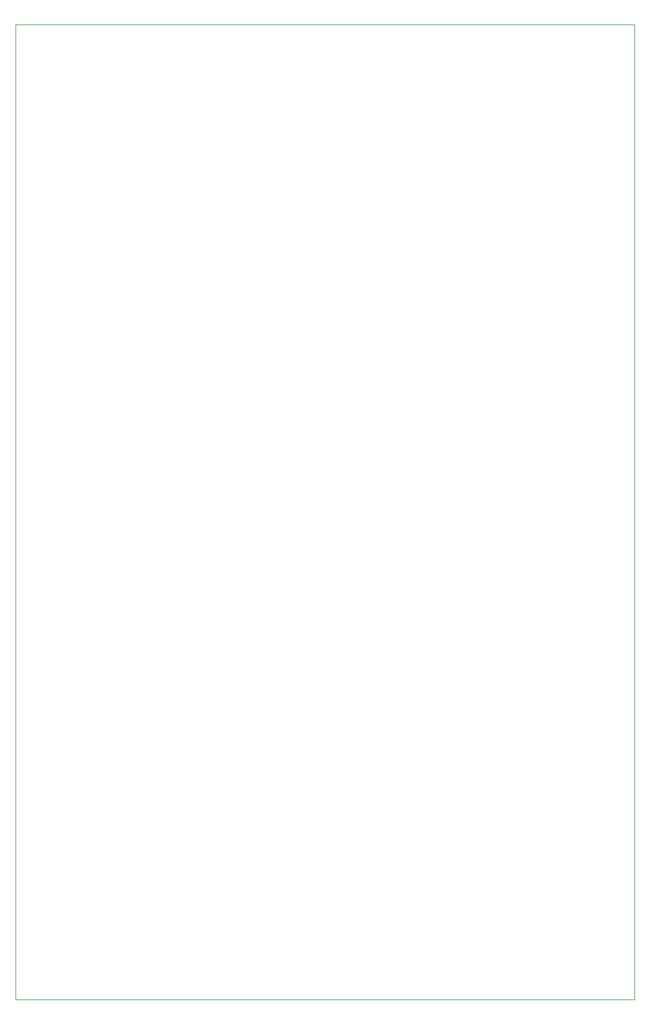
<source format=gbr>
%TF.GenerationSoftware,KiCad,Pcbnew,7.0.2*%
%TF.CreationDate,2024-04-12T13:31:14-03:00*%
%TF.ProjectId,Belliz_IOT,42656c6c-697a-45f4-994f-542e6b696361,rev?*%
%TF.SameCoordinates,Original*%
%TF.FileFunction,Profile,NP*%
%FSLAX46Y46*%
G04 Gerber Fmt 4.6, Leading zero omitted, Abs format (unit mm)*
G04 Created by KiCad (PCBNEW 7.0.2) date 2024-04-12 13:31:14*
%MOMM*%
%LPD*%
G01*
G04 APERTURE LIST*
%TA.AperFunction,Profile*%
%ADD10C,0.050000*%
%TD*%
G04 APERTURE END LIST*
D10*
X62060000Y-170760000D02*
X149830000Y-170760000D01*
X149830000Y-32660000D01*
X62060000Y-32660000D01*
X62060000Y-170760000D01*
M02*

</source>
